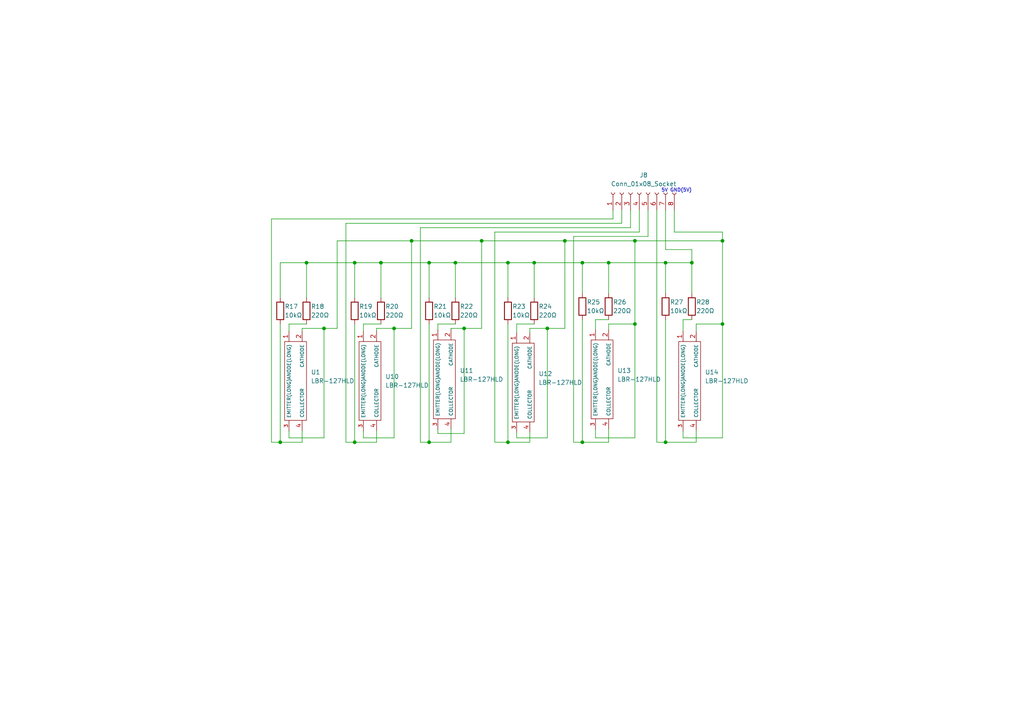
<source format=kicad_sch>
(kicad_sch (version 20231120) (generator "eeschema") (generator_version "8.0")
  (paper "A4")
  (lib_symbols
    (symbol "Connector:Conn_01x08_Socket" (pin_names (offset 1.016) hide)
      (property "Reference" "J" (at 0 10.16 0))
      (property "Value" "Conn_01x08_Socket" (at 0 -12.7 0))
      (symbol "Conn_01x08_Socket_1_1"
        (arc (start 0 -9.652) (mid -0.5058 -10.16) (end 0 -10.668) (stroke (width 0.1524)))
        (arc (start 0 -7.112) (mid -0.5058 -7.62) (end 0 -8.128) (stroke (width 0.1524)))
        (arc (start 0 -4.572) (mid -0.5058 -5.08) (end 0 -5.588) (stroke (width 0.1524)))
        (arc (start 0 -2.032) (mid -0.5058 -2.54) (end 0 -3.048) (stroke (width 0.1524)))
        (polyline (pts (xy -1.27 -10.16) (xy -0.508 -10.16)) (stroke (width 0.1524)))
        (polyline (pts (xy -1.27 -7.62) (xy -0.508 -7.62)) (stroke (width 0.1524)))
        (polyline (pts (xy -1.27 -5.08) (xy -0.508 -5.08)) (stroke (width 0.1524)))
        (polyline (pts (xy -1.27 -2.54) (xy -0.508 -2.54)) (stroke (width 0.1524)))
        (polyline (pts (xy -1.27 0) (xy -0.508 0)) (stroke (width 0.1524)))
        (polyline (pts (xy -1.27 2.54) (xy -0.508 2.54)) (stroke (width 0.1524)))
        (polyline (pts (xy -1.27 5.08) (xy -0.508 5.08)) (stroke (width 0.1524)))
        (polyline (pts (xy -1.27 7.62) (xy -0.508 7.62)) (stroke (width 0.1524)))
        (arc (start 0 0.508) (mid -0.5058 0) (end 0 -0.508) (stroke (width 0.1524)))
        (arc (start 0 3.048) (mid -0.5058 2.54) (end 0 2.032) (stroke (width 0.1524)))
        (arc (start 0 5.588) (mid -0.5058 5.08) (end 0 4.572) (stroke (width 0.1524)))
        (arc (start 0 8.128) (mid -0.5058 7.62) (end 0 7.112) (stroke (width 0.1524)))
        (pin passive line (at -5.08 7.62 0) (length 3.81) (name "Pin_1") (number "1"))
        (pin passive line (at -5.08 5.08 0) (length 3.81) (name "Pin_2") (number "2"))
        (pin passive line (at -5.08 2.54 0) (length 3.81) (name "Pin_3") (number "3"))
        (pin passive line (at -5.08 0 0) (length 3.81) (name "Pin_4") (number "4"))
        (pin passive line (at -5.08 -2.54 0) (length 3.81) (name "Pin_5") (number "5"))
        (pin passive line (at -5.08 -5.08 0) (length 3.81) (name "Pin_6") (number "6"))
        (pin passive line (at -5.08 -7.62 0) (length 3.81) (name "Pin_7") (number "7"))
        (pin passive line (at -5.08 -10.16 0) (length 3.81) (name "Pin_8") (number "8"))
      )
    )
    (symbol "Device:R" (pin_numbers hide) (pin_names (offset 0))
      (property "Reference" "R" (at 2.032 0 90))
      (property "Value" "R" (at 0 0 90))
      (symbol "R_0_1"
        (rectangle (start -1.016 -2.54) (end 1.016 2.54) (stroke (width 0.254)))
      )
      (symbol "R_1_1"
        (pin passive line (at 0 3.81 270) (length 1.27) (name "~") (number "1"))
        (pin passive line (at 0 -3.81 90) (length 1.27) (name "~") (number "2"))
      )
    )
    (symbol "LBR-127HLD_1" (pin_names (offset 0.762))
      (property "Reference" "U7" (at 13.97 -6.35 90))
      (property "Value" "LBR-127HLD" (at 11.43 -6.35 90))
      (symbol "LBR-127HLD_1_0_1"
        (polyline (pts (xy 1.27 1.27) (xy 24.13 1.27) (xy 24.13 -5.08) (xy 1.27 -5.08) (xy 1.27 1.27)) (stroke (width 0.1524)))
      )
      (symbol "LBR-127HLD_1_1_0"
        (pin passive line (at 27.13 0 180) (length 3) (name "ANODE(LONG)") (number "1"))
        (pin passive line (at 27.13 -3.81 180) (length 3) (name "CATHODE") (number "2"))
        (pin passive line (at -1.81 0 0) (length 3) (name "EMITTER(LONG)") (number "3"))
        (pin passive line (at -1.73 -3.81 0) (length 3) (name "COLLECTOR") (number "4"))
      )
    )
  )
  (junction (at 81.28 128.27))
  (junction (at 124.46 128.27))
  (junction (at 124.46 76.2))
  (junction (at 93.98 95.25))
  (junction (at 147.32 76.2))
  (junction (at 193.04 128.27))
  (junction (at 184.15 93.98))
  (junction (at 147.32 128.27))
  (junction (at 168.91 128.27))
  (junction (at 110.49 76.2))
  (junction (at 200.66 76.2))
  (junction (at 134.62 95.25))
  (junction (at 158.75 95.25))
  (junction (at 209.55 69.85))
  (junction (at 168.91 76.2))
  (junction (at 102.87 76.2))
  (junction (at 119.38 69.85))
  (junction (at 184.15 69.85))
  (junction (at 193.04 76.2))
  (junction (at 163.83 69.85))
  (junction (at 154.94 76.2))
  (junction (at 102.87 128.27))
  (junction (at 176.53 76.2))
  (junction (at 114.3 95.25))
  (junction (at 209.55 93.98))
  (junction (at 132.08 76.2))
  (junction (at 139.7 69.85))
  (junction (at 88.9 76.2))
  (wire (pts (xy 149.86 93.98) (xy 149.86 96.52)))
  (wire (pts (xy 168.91 76.2) (xy 168.91 85.09)))
  (wire (pts (xy 87.63 124.92) (xy 87.63 128.27)))
  (wire (pts (xy 83.82 93.98) (xy 88.9 93.98)))
  (wire (pts (xy 97.79 69.85) (xy 119.38 69.85)))
  (wire (pts (xy 121.92 66.04) (xy 121.92 128.27)))
  (wire (pts (xy 130.81 124.46) (xy 130.81 128.27)))
  (wire (pts (xy 176.53 76.2) (xy 168.91 76.2)))
  (wire (pts (xy 105.41 125) (xy 105.41 127)))
  (wire (pts (xy 102.87 93.98) (xy 102.87 128.27)))
  (wire (pts (xy 172.72 124.54) (xy 172.72 127)))
  (wire (pts (xy 201.93 93.98) (xy 201.93 96.06)))
  (wire (pts (xy 166.37 68.58) (xy 166.37 128.27)))
  (wire (pts (xy 124.46 93.98) (xy 124.46 128.27)))
  (wire (pts (xy 168.91 76.2) (xy 154.94 76.2)))
  (wire (pts (xy 81.28 128.27) (xy 87.63 128.27)))
  (wire (pts (xy 209.55 69.85) (xy 184.15 69.85)))
  (wire (pts (xy 154.94 76.2) (xy 154.94 86.36)))
  (wire (pts (xy 176.53 124.46) (xy 176.53 128.27)))
  (wire (pts (xy 158.75 95.25) (xy 153.67 95.25)))
  (wire (pts (xy 81.28 93.98) (xy 81.28 128.27)))
  (wire (pts (xy 102.87 128.27) (xy 109.22 128.27)))
  (wire (pts (xy 193.04 92.71) (xy 193.04 128.27)))
  (wire (pts (xy 177.8 60.96) (xy 177.8 63.5)))
  (wire (pts (xy 198.12 92.71) (xy 200.66 92.71)))
  (wire (pts (xy 87.63 95.25) (xy 87.63 96.06)))
  (wire (pts (xy 182.88 66.04) (xy 121.92 66.04)))
  (wire (pts (xy 193.04 72.39) (xy 200.66 72.39)))
  (wire (pts (xy 102.87 76.2) (xy 88.9 76.2)))
  (wire (pts (xy 193.04 128.27) (xy 201.93 128.27)))
  (wire (pts (xy 195.58 67.31) (xy 195.58 60.96)))
  (wire (pts (xy 109.22 95.25) (xy 109.22 96.06)))
  (wire (pts (xy 190.5 60.96) (xy 190.5 128.27)))
  (wire (pts (xy 158.75 127) (xy 158.75 95.25)))
  (wire (pts (xy 180.34 64.77) (xy 100.33 64.77)))
  (wire (pts (xy 139.7 69.85) (xy 163.83 69.85)))
  (wire (pts (xy 93.98 95.25) (xy 97.79 95.25)))
  (wire (pts (xy 149.86 125.46) (xy 149.86 127)))
  (wire (pts (xy 187.96 68.58) (xy 166.37 68.58)))
  (wire (pts (xy 168.91 92.71) (xy 168.91 128.27)))
  (wire (pts (xy 88.9 76.2) (xy 88.9 86.36)))
  (wire (pts (xy 105.41 93.98) (xy 105.41 96.06)))
  (wire (pts (xy 110.49 76.2) (xy 110.49 86.36)))
  (wire (pts (xy 119.38 95.25) (xy 119.38 69.85)))
  (wire (pts (xy 198.12 125) (xy 198.12 127)))
  (wire (pts (xy 198.12 92.71) (xy 198.12 96.06)))
  (wire (pts (xy 127 93.98) (xy 127 95.6)))
  (wire (pts (xy 109.22 124.92) (xy 109.22 128.27)))
  (wire (pts (xy 134.62 95.25) (xy 139.7 95.25)))
  (wire (pts (xy 176.53 92.71) (xy 172.72 92.71)))
  (wire (pts (xy 153.67 125.38) (xy 153.67 128.27)))
  (wire (pts (xy 143.51 67.31) (xy 143.51 128.27)))
  (wire (pts (xy 147.32 76.2) (xy 132.08 76.2)))
  (wire (pts (xy 105.41 127) (xy 114.3 127)))
  (wire (pts (xy 209.55 93.98) (xy 209.55 127)))
  (wire (pts (xy 182.88 60.96) (xy 182.88 66.04)))
  (wire (pts (xy 143.51 128.27) (xy 147.32 128.27)))
  (wire (pts (xy 154.94 93.98) (xy 149.86 93.98)))
  (wire (pts (xy 97.79 95.25) (xy 97.79 69.85)))
  (wire (pts (xy 81.28 76.2) (xy 81.28 86.36)))
  (wire (pts (xy 83.82 96.06) (xy 83.82 93.98)))
  (wire (pts (xy 147.32 93.98) (xy 147.32 128.27)))
  (wire (pts (xy 172.72 92.71) (xy 172.72 95.6)))
  (wire (pts (xy 134.62 125.73) (xy 134.62 95.25)))
  (wire (pts (xy 110.49 76.2) (xy 102.87 76.2)))
  (wire (pts (xy 176.53 76.2) (xy 176.53 85.09)))
  (wire (pts (xy 163.83 69.85) (xy 163.83 95.25)))
  (wire (pts (xy 132.08 93.98) (xy 127 93.98)))
  (wire (pts (xy 100.33 128.27) (xy 102.87 128.27)))
  (wire (pts (xy 124.46 76.2) (xy 124.46 86.36)))
  (wire (pts (xy 132.08 76.2) (xy 132.08 86.36)))
  (wire (pts (xy 180.34 60.96) (xy 180.34 64.77)))
  (wire (pts (xy 83.82 125) (xy 83.82 127)))
  (wire (pts (xy 200.66 72.39) (xy 200.66 76.2)))
  (wire (pts (xy 209.55 67.31) (xy 195.58 67.31)))
  (wire (pts (xy 102.87 76.2) (xy 102.87 86.36)))
  (wire (pts (xy 193.04 60.96) (xy 193.04 72.39)))
  (wire (pts (xy 201.93 124.92) (xy 201.93 128.27)))
  (wire (pts (xy 124.46 128.27) (xy 130.81 128.27)))
  (wire (pts (xy 193.04 76.2) (xy 193.04 85.09)))
  (wire (pts (xy 110.49 93.98) (xy 105.41 93.98)))
  (wire (pts (xy 193.04 76.2) (xy 176.53 76.2)))
  (wire (pts (xy 132.08 76.2) (xy 124.46 76.2)))
  (wire (pts (xy 127 124.54) (xy 127 125.73)))
  (wire (pts (xy 93.98 127) (xy 93.98 95.25)))
  (wire (pts (xy 124.46 76.2) (xy 110.49 76.2)))
  (wire (pts (xy 184.15 93.98) (xy 176.53 93.98)))
  (wire (pts (xy 163.83 95.25) (xy 158.75 95.25)))
  (wire (pts (xy 185.42 60.96) (xy 185.42 67.31)))
  (wire (pts (xy 200.66 76.2) (xy 193.04 76.2)))
  (wire (pts (xy 185.42 67.31) (xy 143.51 67.31)))
  (wire (pts (xy 184.15 127) (xy 184.15 93.98)))
  (wire (pts (xy 201.93 93.98) (xy 209.55 93.98)))
  (wire (pts (xy 134.62 95.25) (xy 130.81 95.25)))
  (wire (pts (xy 121.92 128.27) (xy 124.46 128.27)))
  (wire (pts (xy 209.55 127) (xy 198.12 127)))
  (wire (pts (xy 176.53 93.98) (xy 176.53 95.6)))
  (wire (pts (xy 166.37 128.27) (xy 168.91 128.27)))
  (wire (pts (xy 149.86 127) (xy 158.75 127)))
  (wire (pts (xy 119.38 69.85) (xy 139.7 69.85)))
  (wire (pts (xy 139.7 95.25) (xy 139.7 69.85)))
  (wire (pts (xy 114.3 95.25) (xy 119.38 95.25)))
  (wire (pts (xy 154.94 76.2) (xy 147.32 76.2)))
  (wire (pts (xy 130.81 95.6) (xy 130.81 95.25)))
  (wire (pts (xy 177.8 63.5) (xy 78.74 63.5)))
  (wire (pts (xy 172.72 127) (xy 184.15 127)))
  (wire (pts (xy 78.74 128.27) (xy 81.28 128.27)))
  (wire (pts (xy 209.55 69.85) (xy 209.55 93.98)))
  (wire (pts (xy 114.3 95.25) (xy 109.22 95.25)))
  (wire (pts (xy 200.66 76.2) (xy 200.66 85.09)))
  (wire (pts (xy 93.98 95.25) (xy 87.63 95.25)))
  (wire (pts (xy 147.32 76.2) (xy 147.32 86.36)))
  (wire (pts (xy 78.74 63.5) (xy 78.74 128.27)))
  (wire (pts (xy 187.96 60.96) (xy 187.96 68.58)))
  (wire (pts (xy 168.91 128.27) (xy 176.53 128.27)))
  (wire (pts (xy 209.55 67.31) (xy 209.55 69.85)))
  (wire (pts (xy 190.5 128.27) (xy 193.04 128.27)))
  (wire (pts (xy 184.15 69.85) (xy 163.83 69.85)))
  (wire (pts (xy 147.32 128.27) (xy 153.67 128.27)))
  (wire (pts (xy 100.33 64.77) (xy 100.33 128.27)))
  (wire (pts (xy 184.15 69.85) (xy 184.15 93.98)))
  (wire (pts (xy 83.82 127) (xy 93.98 127)))
  (wire (pts (xy 153.67 95.25) (xy 153.67 96.52)))
  (wire (pts (xy 88.9 76.2) (xy 81.28 76.2)))
  (wire (pts (xy 114.3 127) (xy 114.3 95.25)))
  (wire (pts (xy 127 125.73) (xy 134.62 125.73)))
  (text "5V" (at 191.77 55.88 0) (effects (font (size 1 1)) (justify left bottom)))
  (text "GND(5V)" (at 194.31 55.88 0) (effects (font (size 1 1)) (justify left bottom)))
  (symbol (lib_id "Device:R") (at 124.46 90.17 0) (unit 1)
    (property "Reference" "R21" (at 125.73 88.9 0) (effects (justify left)))
    (property "Value" "10kΩ" (at 125.73 91.44 0) (effects (justify left)))
    (property "Footprint" "Resistor_THT:R_Axial_DIN0207_L6.3mm_D2.5mm_P7.62mm_Horizontal" (effects (hide yes)))
  )
  (symbol (lib_id "Connector:Conn_01x08_Socket") (at 185.42 55.88 90) (unit 1)
    (property "Reference" "J8" (at 186.69 50.8 90))
    (property "Value" "Conn_01x08_Socket" (at 186.69 53.34 90))
    (property "Footprint" "Connector_PinSocket_2.54mm:PinSocket_1x08_P2.54mm_Vertical" (effects (hide yes)))
  )
  (symbol (lib_name "LBR-127HLD_1") (lib_id "SamacSys_Parts:LBR-127HLD") (at 127 122.73 90) (unit 1)
    (property "Reference" "U11" (at 133.35 107.49 90) (effects (justify right)))
    (property "Value" "LBR-127HLD" (at 133.35 110.03 90) (effects (justify right)))
    (property "Footprint" "SamacSys_Parts:LBR127HLD" (effects (hide yes)))
    (property "Datasheet" "http://akizukidenshi.com/download/lbr127hld.pdf" (effects (hide yes)))
    (property "Description" "Reflective Object Sensor" (effects (hide yes)))
    (property "Height" "5.6" (effects (hide yes)))
    (property "Manufacturer_Name" "Letex Technology" (effects (hide yes)))
    (property "Manufacturer_Part_Number" "LBR-127HLD" (effects (hide yes)))
  )
  (symbol (lib_id "Device:R") (at 168.91 88.9 0) (unit 1)
    (property "Reference" "R25" (at 170.18 87.63 0) (effects (justify left)))
    (property "Value" "10kΩ" (at 170.18 90.17 0) (effects (justify left)))
    (property "Footprint" "Resistor_THT:R_Axial_DIN0207_L6.3mm_D2.5mm_P7.62mm_Horizontal" (effects (hide yes)))
  )
  (symbol (lib_name "LBR-127HLD_1") (lib_id "SamacSys_Parts:LBR-127HLD") (at 83.82 123.19 90) (unit 1)
    (property "Reference" "U1" (at 90.17 107.95 90) (effects (justify right)))
    (property "Value" "LBR-127HLD" (at 90.17 110.49 90) (effects (justify right)))
    (property "Footprint" "SamacSys_Parts:LBR127HLD" (effects (hide yes)))
    (property "Datasheet" "http://akizukidenshi.com/download/lbr127hld.pdf" (effects (hide yes)))
    (property "Description" "Reflective Object Sensor" (effects (hide yes)))
    (property "Height" "5.6" (effects (hide yes)))
    (property "Manufacturer_Name" "Letex Technology" (effects (hide yes)))
    (property "Manufacturer_Part_Number" "LBR-127HLD" (effects (hide yes)))
  )
  (symbol (lib_id "Device:R") (at 176.53 88.9 0) (unit 1)
    (property "Reference" "R26" (at 177.8 87.63 0) (effects (justify left)))
    (property "Value" "220Ω" (at 177.8 90.17 0) (effects (justify left)))
    (property "Footprint" "Resistor_THT:R_Axial_DIN0207_L6.3mm_D2.5mm_P7.62mm_Horizontal" (effects (hide yes)))
  )
  (symbol (lib_id "Device:R") (at 88.9 90.17 0) (unit 1)
    (property "Reference" "R18" (at 90.17 88.9 0) (effects (justify left)))
    (property "Value" "220Ω" (at 90.17 91.44 0) (effects (justify left)))
    (property "Footprint" "Resistor_THT:R_Axial_DIN0207_L6.3mm_D2.5mm_P7.62mm_Horizontal" (effects (hide yes)))
  )
  (symbol (lib_name "LBR-127HLD_1") (lib_id "SamacSys_Parts:LBR-127HLD") (at 149.86 123.65 90) (unit 1)
    (property "Reference" "U12" (at 156.21 108.41 90) (effects (justify right)))
    (property "Value" "LBR-127HLD" (at 156.21 110.95 90) (effects (justify right)))
    (property "Footprint" "SamacSys_Parts:LBR127HLD" (effects (hide yes)))
    (property "Datasheet" "http://akizukidenshi.com/download/lbr127hld.pdf" (effects (hide yes)))
    (property "Description" "Reflective Object Sensor" (effects (hide yes)))
    (property "Height" "5.6" (effects (hide yes)))
    (property "Manufacturer_Name" "Letex Technology" (effects (hide yes)))
    (property "Manufacturer_Part_Number" "LBR-127HLD" (effects (hide yes)))
  )
  (symbol (lib_id "Device:R") (at 200.66 88.9 0) (unit 1)
    (property "Reference" "R28" (at 201.93 87.63 0) (effects (justify left)))
    (property "Value" "220Ω" (at 201.93 90.17 0) (effects (justify left)))
    (property "Footprint" "Resistor_THT:R_Axial_DIN0207_L6.3mm_D2.5mm_P7.62mm_Horizontal" (effects (hide yes)))
  )
  (symbol (lib_id "Device:R") (at 154.94 90.17 0) (unit 1)
    (property "Reference" "R24" (at 156.21 88.9 0) (effects (justify left)))
    (property "Value" "220Ω" (at 156.21 91.44 0) (effects (justify left)))
    (property "Footprint" "Resistor_THT:R_Axial_DIN0207_L6.3mm_D2.5mm_P7.62mm_Horizontal" (effects (hide yes)))
  )
  (symbol (lib_id "Device:R") (at 193.04 88.9 0) (unit 1)
    (property "Reference" "R27" (at 194.31 87.63 0) (effects (justify left)))
    (property "Value" "10kΩ" (at 194.31 90.17 0) (effects (justify left)))
    (property "Footprint" "Resistor_THT:R_Axial_DIN0207_L6.3mm_D2.5mm_P7.62mm_Horizontal" (effects (hide yes)))
  )
  (symbol (lib_name "LBR-127HLD_1") (lib_id "SamacSys_Parts:LBR-127HLD") (at 198.12 123.19 90) (unit 1)
    (property "Reference" "U14" (at 204.47 107.95 90) (effects (justify right)))
    (property "Value" "LBR-127HLD" (at 204.47 110.49 90) (effects (justify right)))
    (property "Footprint" "SamacSys_Parts:LBR127HLD" (effects (hide yes)))
    (property "Datasheet" "http://akizukidenshi.com/download/lbr127hld.pdf" (effects (hide yes)))
    (property "Description" "Reflective Object Sensor" (effects (hide yes)))
    (property "Height" "5.6" (effects (hide yes)))
    (property "Manufacturer_Name" "Letex Technology" (effects (hide yes)))
    (property "Manufacturer_Part_Number" "LBR-127HLD" (effects (hide yes)))
  )
  (symbol (lib_name "LBR-127HLD_1") (lib_id "SamacSys_Parts:LBR-127HLD") (at 172.72 122.73 90) (unit 1)
    (property "Reference" "U13" (at 179.07 107.49 90) (effects (justify right)))
    (property "Value" "LBR-127HLD" (at 179.07 110.03 90) (effects (justify right)))
    (property "Footprint" "SamacSys_Parts:LBR127HLD" (effects (hide yes)))
    (property "Datasheet" "http://akizukidenshi.com/download/lbr127hld.pdf" (effects (hide yes)))
    (property "Description" "Reflective Object Sensor" (effects (hide yes)))
    (property "Height" "5.6" (effects (hide yes)))
    (property "Manufacturer_Name" "Letex Technology" (effects (hide yes)))
    (property "Manufacturer_Part_Number" "LBR-127HLD" (effects (hide yes)))
  )
  (symbol (lib_id "Device:R") (at 102.87 90.17 0) (unit 1)
    (property "Reference" "R19" (at 104.14 88.9 0) (effects (justify left)))
    (property "Value" "10kΩ" (at 104.14 91.44 0) (effects (justify left)))
    (property "Footprint" "Resistor_THT:R_Axial_DIN0207_L6.3mm_D2.5mm_P7.62mm_Horizontal" (effects (hide yes)))
  )
  (symbol (lib_name "LBR-127HLD_1") (lib_id "SamacSys_Parts:LBR-127HLD") (at 105.41 123.19 90) (unit 1)
    (property "Reference" "U10" (at 111.76 109.22 90) (effects (justify right)))
    (property "Value" "LBR-127HLD" (at 111.76 111.76 90) (effects (justify right)))
    (property "Footprint" "SamacSys_Parts:LBR127HLD" (effects (hide yes)))
    (property "Datasheet" "http://akizukidenshi.com/download/lbr127hld.pdf" (effects (hide yes)))
    (property "Description" "Reflective Object Sensor" (effects (hide yes)))
    (property "Height" "5.6" (effects (hide yes)))
    (property "Manufacturer_Name" "Letex Technology" (effects (hide yes)))
    (property "Manufacturer_Part_Number" "LBR-127HLD" (effects (hide yes)))
  )
  (symbol (lib_id "Device:R") (at 81.28 90.17 0) (unit 1)
    (property "Reference" "R17" (at 82.55 88.9 0) (effects (justify left)))
    (property "Value" "10kΩ" (at 82.55 91.44 0) (effects (justify left)))
    (property "Footprint" "Resistor_THT:R_Axial_DIN0207_L6.3mm_D2.5mm_P7.62mm_Horizontal" (effects (hide yes)))
  )
  (symbol (lib_id "Device:R") (at 132.08 90.17 0) (unit 1)
    (property "Reference" "R22" (at 133.35 88.9 0) (effects (justify left)))
    (property "Value" "220Ω" (at 133.35 91.44 0) (effects (justify left)))
    (property "Footprint" "Resistor_THT:R_Axial_DIN0207_L6.3mm_D2.5mm_P7.62mm_Horizontal" (effects (hide yes)))
  )
  (symbol (lib_id "Device:R") (at 110.49 90.17 0) (unit 1)
    (property "Reference" "R20" (at 111.76 88.9 0) (effects (justify left)))
    (property "Value" "220Ω" (at 111.76 91.44 0) (effects (justify left)))
    (property "Footprint" "Resistor_THT:R_Axial_DIN0207_L6.3mm_D2.5mm_P7.62mm_Horizontal" (effects (hide yes)))
  )
  (symbol (lib_id "Device:R") (at 147.32 90.17 0) (unit 1)
    (property "Reference" "R23" (at 148.59 88.9 0) (effects (justify left)))
    (property "Value" "10kΩ" (at 148.59 91.44 0) (effects (justify left)))
    (property "Footprint" "Resistor_THT:R_Axial_DIN0207_L6.3mm_D2.5mm_P7.62mm_Horizontal" (effects (hide yes)))
  )
)
</source>
